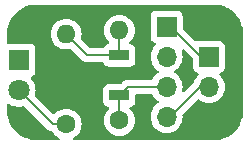
<source format=gbr>
%TF.GenerationSoftware,KiCad,Pcbnew,8.0.4*%
%TF.CreationDate,2024-08-19T00:10:14-07:00*%
%TF.ProjectId,LED2,4c454432-2e6b-4696-9361-645f70636258,rev?*%
%TF.SameCoordinates,Original*%
%TF.FileFunction,Copper,L1,Top*%
%TF.FilePolarity,Positive*%
%FSLAX46Y46*%
G04 Gerber Fmt 4.6, Leading zero omitted, Abs format (unit mm)*
G04 Created by KiCad (PCBNEW 8.0.4) date 2024-08-19 00:10:14*
%MOMM*%
%LPD*%
G01*
G04 APERTURE LIST*
%TA.AperFunction,ComponentPad*%
%ADD10C,1.600000*%
%TD*%
%TA.AperFunction,ComponentPad*%
%ADD11O,1.600000X1.600000*%
%TD*%
%TA.AperFunction,ComponentPad*%
%ADD12R,1.700000X1.700000*%
%TD*%
%TA.AperFunction,ComponentPad*%
%ADD13O,1.700000X1.700000*%
%TD*%
%TA.AperFunction,ComponentPad*%
%ADD14R,1.800000X1.800000*%
%TD*%
%TA.AperFunction,ComponentPad*%
%ADD15C,1.800000*%
%TD*%
%TA.AperFunction,SMDPad,CuDef*%
%ADD16R,1.700000X0.900000*%
%TD*%
%TA.AperFunction,Conductor*%
%ADD17C,0.200000*%
%TD*%
G04 APERTURE END LIST*
D10*
%TO.P,R1,1*%
%TO.N,Net-(BatteryChargeModule1--)*%
X152060000Y-103120000D03*
D11*
%TO.P,R1,2*%
%TO.N,Net-(R1-Pad2)*%
X152060000Y-95500000D03*
%TD*%
D12*
%TO.P,BatteryChargeModule1,1,Bat+*%
%TO.N,Net-(BT1-+)*%
X156060000Y-95190000D03*
D13*
%TO.P,BatteryChargeModule1,2,Bat-*%
%TO.N,Net-(BatteryChargeModule1-+)*%
X156060000Y-97730000D03*
%TO.P,BatteryChargeModule1,3,+*%
%TO.N,Net-(BatteryChargeModule1--)*%
X156060000Y-100270000D03*
%TO.P,BatteryChargeModule1,4,-*%
%TO.N,Net-(BT1--)*%
X156060000Y-102810000D03*
%TD*%
D12*
%TO.P,BT1,1,+*%
%TO.N,Net-(BT1-+)*%
X159650000Y-97750000D03*
D13*
%TO.P,BT1,2,-*%
%TO.N,Net-(BT1--)*%
X159650000Y-100290000D03*
%TD*%
D10*
%TO.P,R1,1*%
%TO.N,Net-(D1-A)*%
X147560000Y-103430000D03*
D11*
%TO.P,R1,2*%
%TO.N,Net-(R1-Pad2)*%
X147560000Y-95810000D03*
%TD*%
D14*
%TO.P,D1,1,K*%
%TO.N,Net-(BatteryChargeModule1-+)*%
X143560000Y-98035000D03*
D15*
%TO.P,D1,2,A*%
%TO.N,Net-(D1-A)*%
X143560000Y-100575000D03*
%TD*%
D16*
%TO.P,SW1,1,1*%
%TO.N,Net-(R1-Pad2)*%
X152060000Y-97610000D03*
%TO.P,SW1,2,2*%
%TO.N,Net-(BatteryChargeModule1--)*%
X152060000Y-101010000D03*
%TD*%
D17*
%TO.N,Net-(R1-Pad2)*%
X152060000Y-95500000D02*
X152060000Y-97610000D01*
%TO.N,Net-(BatteryChargeModule1--)*%
X152060000Y-103120000D02*
X152060000Y-101010000D01*
%TO.N,Net-(BT1--)*%
X158850000Y-100290000D02*
X156330000Y-102810000D01*
X159650000Y-100290000D02*
X158850000Y-100290000D01*
X156330000Y-102810000D02*
X156060000Y-102810000D01*
%TO.N,Net-(BT1-+)*%
X156440000Y-95190000D02*
X156060000Y-95190000D01*
X159560000Y-98310000D02*
X156440000Y-95190000D01*
%TO.N,Net-(D1-A)*%
X146415000Y-103430000D02*
X143560000Y-100575000D01*
X147560000Y-103430000D02*
X146415000Y-103430000D01*
%TO.N,Net-(R1-Pad2)*%
X152060000Y-97610000D02*
X149360000Y-97610000D01*
X149360000Y-97610000D02*
X147560000Y-95810000D01*
%TO.N,Net-(BatteryChargeModule1--)*%
X156060000Y-100270000D02*
X152800000Y-100270000D01*
X152800000Y-100270000D02*
X152060000Y-101010000D01*
%TD*%
%TA.AperFunction,NonConductor*%
G36*
X160063736Y-93310726D02*
G01*
X160353796Y-93328271D01*
X160368659Y-93330076D01*
X160650798Y-93381780D01*
X160665335Y-93385363D01*
X160939172Y-93470695D01*
X160953163Y-93476000D01*
X161214743Y-93593727D01*
X161227989Y-93600680D01*
X161473465Y-93749075D01*
X161485776Y-93757573D01*
X161662726Y-93896204D01*
X161711573Y-93934473D01*
X161722781Y-93944403D01*
X161925596Y-94147218D01*
X161935526Y-94158426D01*
X162100838Y-94369432D01*
X162112422Y-94384217D01*
X162120928Y-94396540D01*
X162269316Y-94642004D01*
X162276275Y-94655263D01*
X162393997Y-94916831D01*
X162399306Y-94930832D01*
X162484635Y-95204663D01*
X162488219Y-95219201D01*
X162539923Y-95501340D01*
X162541728Y-95516205D01*
X162559274Y-95806263D01*
X162559500Y-95813750D01*
X162559500Y-102306249D01*
X162559274Y-102313736D01*
X162541728Y-102603794D01*
X162539923Y-102618659D01*
X162488219Y-102900798D01*
X162484635Y-102915336D01*
X162399306Y-103189167D01*
X162393997Y-103203168D01*
X162276275Y-103464736D01*
X162269316Y-103477995D01*
X162120928Y-103723459D01*
X162112422Y-103735782D01*
X161935526Y-103961573D01*
X161925596Y-103972781D01*
X161722781Y-104175596D01*
X161711573Y-104185526D01*
X161485782Y-104362422D01*
X161473459Y-104370928D01*
X161227995Y-104519316D01*
X161214736Y-104526275D01*
X160953168Y-104643997D01*
X160939167Y-104649306D01*
X160665336Y-104734635D01*
X160650798Y-104738219D01*
X160368659Y-104789923D01*
X160353794Y-104791728D01*
X160063736Y-104809274D01*
X160056249Y-104809500D01*
X148238225Y-104809500D01*
X148171186Y-104789815D01*
X148125431Y-104737011D01*
X148115487Y-104667853D01*
X148144512Y-104604297D01*
X148185819Y-104573118D01*
X148212734Y-104560568D01*
X148399139Y-104430047D01*
X148560047Y-104269139D01*
X148690568Y-104082734D01*
X148786739Y-103876496D01*
X148845635Y-103656692D01*
X148865468Y-103430000D01*
X148845635Y-103203308D01*
X148786739Y-102983504D01*
X148690568Y-102777266D01*
X148560047Y-102590861D01*
X148560045Y-102590858D01*
X148399141Y-102429954D01*
X148212734Y-102299432D01*
X148212732Y-102299431D01*
X148006497Y-102203261D01*
X148006488Y-102203258D01*
X147786697Y-102144366D01*
X147786693Y-102144365D01*
X147786692Y-102144365D01*
X147786691Y-102144364D01*
X147786686Y-102144364D01*
X147560002Y-102124532D01*
X147559998Y-102124532D01*
X147333313Y-102144364D01*
X147333302Y-102144366D01*
X147113511Y-102203258D01*
X147113502Y-102203261D01*
X146907267Y-102299431D01*
X146907265Y-102299432D01*
X146720862Y-102429951D01*
X146580205Y-102570608D01*
X146518882Y-102604092D01*
X146449190Y-102599108D01*
X146404843Y-102570607D01*
X144934204Y-101099969D01*
X144900719Y-101038646D01*
X144901680Y-100981847D01*
X144910295Y-100947830D01*
X144946134Y-100806305D01*
X144950497Y-100753655D01*
X144965300Y-100575006D01*
X144965300Y-100574993D01*
X144960092Y-100512135D01*
X150709500Y-100512135D01*
X150709500Y-101507870D01*
X150709501Y-101507876D01*
X150715908Y-101567483D01*
X150766202Y-101702328D01*
X150766206Y-101702335D01*
X150852452Y-101817544D01*
X150852455Y-101817547D01*
X150967664Y-101903793D01*
X150967671Y-101903797D01*
X151102517Y-101954091D01*
X151110062Y-101955874D01*
X151109701Y-101957398D01*
X151165984Y-101980706D01*
X151205837Y-102038095D01*
X151208337Y-102107920D01*
X151175868Y-102164945D01*
X151059951Y-102280862D01*
X150929432Y-102467265D01*
X150929431Y-102467267D01*
X150833261Y-102673502D01*
X150833258Y-102673511D01*
X150774366Y-102893302D01*
X150774364Y-102893313D01*
X150754532Y-103119998D01*
X150754532Y-103120001D01*
X150774364Y-103346686D01*
X150774366Y-103346697D01*
X150833258Y-103566488D01*
X150833261Y-103566497D01*
X150929431Y-103772732D01*
X150929432Y-103772734D01*
X151059954Y-103959141D01*
X151220858Y-104120045D01*
X151220861Y-104120047D01*
X151407266Y-104250568D01*
X151613504Y-104346739D01*
X151833308Y-104405635D01*
X151995230Y-104419801D01*
X152059998Y-104425468D01*
X152060000Y-104425468D01*
X152060002Y-104425468D01*
X152116673Y-104420509D01*
X152286692Y-104405635D01*
X152506496Y-104346739D01*
X152712734Y-104250568D01*
X152899139Y-104120047D01*
X153060047Y-103959139D01*
X153190568Y-103772734D01*
X153286739Y-103566496D01*
X153345635Y-103346692D01*
X153365468Y-103120000D01*
X153345635Y-102893308D01*
X153286739Y-102673504D01*
X153190568Y-102467266D01*
X153060047Y-102280861D01*
X153060045Y-102280858D01*
X152944133Y-102164946D01*
X152910648Y-102103623D01*
X152915632Y-102033931D01*
X152957504Y-101977998D01*
X153010255Y-101957244D01*
X153009932Y-101955876D01*
X153017479Y-101954092D01*
X153017481Y-101954091D01*
X153017483Y-101954091D01*
X153152331Y-101903796D01*
X153267546Y-101817546D01*
X153353796Y-101702331D01*
X153404091Y-101567483D01*
X153410500Y-101507873D01*
X153410499Y-100994499D01*
X153430183Y-100927461D01*
X153482987Y-100881706D01*
X153534499Y-100870500D01*
X154770909Y-100870500D01*
X154837948Y-100890185D01*
X154883292Y-100942097D01*
X154885965Y-100947830D01*
X154949555Y-101038646D01*
X155021501Y-101141395D01*
X155021506Y-101141402D01*
X155188597Y-101308493D01*
X155188603Y-101308498D01*
X155374158Y-101438425D01*
X155417783Y-101493002D01*
X155424977Y-101562500D01*
X155393454Y-101624855D01*
X155374158Y-101641575D01*
X155188597Y-101771505D01*
X155021505Y-101938597D01*
X154885965Y-102132169D01*
X154885964Y-102132171D01*
X154786098Y-102346335D01*
X154786094Y-102346344D01*
X154724938Y-102574586D01*
X154724936Y-102574596D01*
X154704341Y-102809999D01*
X154704341Y-102810000D01*
X154724936Y-103045403D01*
X154724938Y-103045413D01*
X154786094Y-103273655D01*
X154786096Y-103273659D01*
X154786097Y-103273663D01*
X154858998Y-103430000D01*
X154885965Y-103487830D01*
X154885967Y-103487834D01*
X154941048Y-103566497D01*
X155021505Y-103681401D01*
X155188599Y-103848495D01*
X155228589Y-103876496D01*
X155382165Y-103984032D01*
X155382167Y-103984033D01*
X155382170Y-103984035D01*
X155596337Y-104083903D01*
X155824592Y-104145063D01*
X156012918Y-104161539D01*
X156059999Y-104165659D01*
X156060000Y-104165659D01*
X156060001Y-104165659D01*
X156099234Y-104162226D01*
X156295408Y-104145063D01*
X156523663Y-104083903D01*
X156737830Y-103984035D01*
X156931401Y-103848495D01*
X157098495Y-103681401D01*
X157234035Y-103487830D01*
X157333903Y-103273663D01*
X157395063Y-103045408D01*
X157415659Y-102810000D01*
X157401677Y-102650195D01*
X157415443Y-102581698D01*
X157437521Y-102551712D01*
X158635706Y-101353527D01*
X158697027Y-101320044D01*
X158766719Y-101325028D01*
X158794508Y-101339635D01*
X158972165Y-101464032D01*
X158972167Y-101464033D01*
X158972170Y-101464035D01*
X159186337Y-101563903D01*
X159414592Y-101625063D01*
X159602918Y-101641539D01*
X159649999Y-101645659D01*
X159650000Y-101645659D01*
X159650001Y-101645659D01*
X159696679Y-101641575D01*
X159885408Y-101625063D01*
X160113663Y-101563903D01*
X160327830Y-101464035D01*
X160521401Y-101328495D01*
X160688495Y-101161401D01*
X160824035Y-100967830D01*
X160923903Y-100753663D01*
X160985063Y-100525408D01*
X161005659Y-100290000D01*
X160985063Y-100054592D01*
X160923903Y-99826337D01*
X160824035Y-99612171D01*
X160810555Y-99592920D01*
X160688496Y-99418600D01*
X160648689Y-99378793D01*
X160566567Y-99296671D01*
X160533084Y-99235351D01*
X160538068Y-99165659D01*
X160579939Y-99109725D01*
X160610915Y-99092810D01*
X160742331Y-99043796D01*
X160857546Y-98957546D01*
X160943796Y-98842331D01*
X160994091Y-98707483D01*
X161000500Y-98647873D01*
X161000499Y-96852128D01*
X160994091Y-96792517D01*
X160988473Y-96777455D01*
X160943797Y-96657671D01*
X160943793Y-96657664D01*
X160857547Y-96542455D01*
X160857544Y-96542452D01*
X160742335Y-96456206D01*
X160742328Y-96456202D01*
X160607482Y-96405908D01*
X160607483Y-96405908D01*
X160547883Y-96399501D01*
X160547881Y-96399500D01*
X160547873Y-96399500D01*
X160547864Y-96399500D01*
X158752129Y-96399500D01*
X158752123Y-96399501D01*
X158692515Y-96405909D01*
X158630708Y-96428961D01*
X158561016Y-96433945D01*
X158499695Y-96400460D01*
X157446818Y-95347583D01*
X157413333Y-95286260D01*
X157410499Y-95259902D01*
X157410499Y-94292129D01*
X157410498Y-94292123D01*
X157410497Y-94292116D01*
X157404091Y-94232517D01*
X157397320Y-94214364D01*
X157353797Y-94097671D01*
X157353793Y-94097664D01*
X157267547Y-93982455D01*
X157267544Y-93982452D01*
X157152335Y-93896206D01*
X157152328Y-93896202D01*
X157017482Y-93845908D01*
X157017483Y-93845908D01*
X156957883Y-93839501D01*
X156957881Y-93839500D01*
X156957873Y-93839500D01*
X156957864Y-93839500D01*
X155162129Y-93839500D01*
X155162123Y-93839501D01*
X155102516Y-93845908D01*
X154967671Y-93896202D01*
X154967664Y-93896206D01*
X154852455Y-93982452D01*
X154852452Y-93982455D01*
X154766206Y-94097664D01*
X154766202Y-94097671D01*
X154715908Y-94232517D01*
X154711528Y-94273261D01*
X154709501Y-94292123D01*
X154709500Y-94292135D01*
X154709500Y-96087870D01*
X154709501Y-96087876D01*
X154715908Y-96147483D01*
X154766202Y-96282328D01*
X154766206Y-96282335D01*
X154852452Y-96397544D01*
X154852455Y-96397547D01*
X154967664Y-96483793D01*
X154967671Y-96483797D01*
X155099081Y-96532810D01*
X155155015Y-96574681D01*
X155179432Y-96640145D01*
X155164580Y-96708418D01*
X155143430Y-96736673D01*
X155021503Y-96858600D01*
X154885965Y-97052169D01*
X154885964Y-97052171D01*
X154786098Y-97266335D01*
X154786094Y-97266344D01*
X154724938Y-97494586D01*
X154724936Y-97494596D01*
X154704341Y-97729999D01*
X154704341Y-97730000D01*
X154724936Y-97965403D01*
X154724938Y-97965413D01*
X154786094Y-98193655D01*
X154786096Y-98193659D01*
X154786097Y-98193663D01*
X154836770Y-98302331D01*
X154885965Y-98407830D01*
X154885967Y-98407834D01*
X155021501Y-98601395D01*
X155021506Y-98601402D01*
X155188597Y-98768493D01*
X155188603Y-98768498D01*
X155374158Y-98898425D01*
X155417783Y-98953002D01*
X155424977Y-99022500D01*
X155393454Y-99084855D01*
X155374158Y-99101575D01*
X155188597Y-99231505D01*
X155021506Y-99398596D01*
X154885965Y-99592170D01*
X154885962Y-99592175D01*
X154883289Y-99597909D01*
X154837115Y-99650346D01*
X154770909Y-99669500D01*
X152886669Y-99669500D01*
X152886653Y-99669499D01*
X152879057Y-99669499D01*
X152720943Y-99669499D01*
X152641010Y-99690917D01*
X152568216Y-99710422D01*
X152529667Y-99732679D01*
X152529666Y-99732678D01*
X152431287Y-99789477D01*
X152431282Y-99789481D01*
X152319480Y-99901284D01*
X152319478Y-99901286D01*
X152250271Y-99970493D01*
X152197582Y-100023182D01*
X152136259Y-100056666D01*
X152109901Y-100059500D01*
X151162129Y-100059500D01*
X151162123Y-100059501D01*
X151102516Y-100065908D01*
X150967671Y-100116202D01*
X150967664Y-100116206D01*
X150852455Y-100202452D01*
X150852452Y-100202455D01*
X150766206Y-100317664D01*
X150766202Y-100317671D01*
X150715908Y-100452517D01*
X150709501Y-100512116D01*
X150709500Y-100512135D01*
X144960092Y-100512135D01*
X144946135Y-100343702D01*
X144946133Y-100343691D01*
X144889157Y-100118699D01*
X144795924Y-99906151D01*
X144668983Y-99711852D01*
X144668980Y-99711849D01*
X144668979Y-99711847D01*
X144574195Y-99608884D01*
X144543275Y-99546232D01*
X144551135Y-99476806D01*
X144595283Y-99422651D01*
X144622095Y-99408722D01*
X144702326Y-99378798D01*
X144702326Y-99378797D01*
X144702331Y-99378796D01*
X144817546Y-99292546D01*
X144903796Y-99177331D01*
X144954091Y-99042483D01*
X144960500Y-98982873D01*
X144960499Y-97087128D01*
X144954091Y-97027517D01*
X144947253Y-97009184D01*
X144903797Y-96892671D01*
X144903793Y-96892664D01*
X144817547Y-96777455D01*
X144817544Y-96777452D01*
X144702335Y-96691206D01*
X144702328Y-96691202D01*
X144567482Y-96640908D01*
X144567483Y-96640908D01*
X144507883Y-96634501D01*
X144507881Y-96634500D01*
X144507873Y-96634500D01*
X144507865Y-96634500D01*
X142684500Y-96634500D01*
X142617461Y-96614815D01*
X142571706Y-96562011D01*
X142560500Y-96510500D01*
X142560500Y-95813750D01*
X142560613Y-95809998D01*
X146254532Y-95809998D01*
X146254532Y-95810001D01*
X146274364Y-96036686D01*
X146274366Y-96036697D01*
X146333258Y-96256488D01*
X146333261Y-96256497D01*
X146429431Y-96462732D01*
X146429432Y-96462734D01*
X146559954Y-96649141D01*
X146720858Y-96810045D01*
X146720861Y-96810047D01*
X146907266Y-96940568D01*
X147113504Y-97036739D01*
X147333308Y-97095635D01*
X147495230Y-97109801D01*
X147559998Y-97115468D01*
X147560000Y-97115468D01*
X147560002Y-97115468D01*
X147624648Y-97109812D01*
X147786692Y-97095635D01*
X147882932Y-97069847D01*
X147952781Y-97071510D01*
X148002706Y-97101941D01*
X148875139Y-97974374D01*
X148875149Y-97974385D01*
X148879479Y-97978715D01*
X148879480Y-97978716D01*
X148991284Y-98090520D01*
X148991286Y-98090521D01*
X148991290Y-98090524D01*
X149124587Y-98167482D01*
X149128216Y-98169577D01*
X149240019Y-98199534D01*
X149280942Y-98210500D01*
X149280943Y-98210500D01*
X150645859Y-98210500D01*
X150712898Y-98230185D01*
X150758653Y-98282989D01*
X150762030Y-98291140D01*
X150766204Y-98302331D01*
X150766205Y-98302332D01*
X150766206Y-98302335D01*
X150852452Y-98417544D01*
X150852455Y-98417547D01*
X150967664Y-98503793D01*
X150967671Y-98503797D01*
X151102517Y-98554091D01*
X151102516Y-98554091D01*
X151109444Y-98554835D01*
X151162127Y-98560500D01*
X152957872Y-98560499D01*
X153017483Y-98554091D01*
X153152331Y-98503796D01*
X153267546Y-98417546D01*
X153353796Y-98302331D01*
X153404091Y-98167483D01*
X153410500Y-98107873D01*
X153410499Y-97112128D01*
X153404091Y-97052517D01*
X153403961Y-97052169D01*
X153353797Y-96917671D01*
X153353793Y-96917664D01*
X153267547Y-96802455D01*
X153267544Y-96802452D01*
X153152335Y-96716206D01*
X153152328Y-96716202D01*
X153017482Y-96665908D01*
X153009938Y-96664126D01*
X153010297Y-96662604D01*
X152954002Y-96639283D01*
X152914157Y-96581888D01*
X152911666Y-96512063D01*
X152944130Y-96455055D01*
X153060047Y-96339139D01*
X153190568Y-96152734D01*
X153286739Y-95946496D01*
X153345635Y-95726692D01*
X153365468Y-95500000D01*
X153345635Y-95273308D01*
X153286739Y-95053504D01*
X153190568Y-94847266D01*
X153060047Y-94660861D01*
X153060045Y-94660858D01*
X152899141Y-94499954D01*
X152712734Y-94369432D01*
X152712732Y-94369431D01*
X152506497Y-94273261D01*
X152506488Y-94273258D01*
X152286697Y-94214366D01*
X152286693Y-94214365D01*
X152286692Y-94214365D01*
X152286691Y-94214364D01*
X152286686Y-94214364D01*
X152060002Y-94194532D01*
X152059998Y-94194532D01*
X151833313Y-94214364D01*
X151833302Y-94214366D01*
X151613511Y-94273258D01*
X151613502Y-94273261D01*
X151407267Y-94369431D01*
X151407265Y-94369432D01*
X151220858Y-94499954D01*
X151059954Y-94660858D01*
X150929432Y-94847265D01*
X150929431Y-94847267D01*
X150833261Y-95053502D01*
X150833258Y-95053511D01*
X150774366Y-95273302D01*
X150774364Y-95273313D01*
X150754532Y-95499998D01*
X150754532Y-95500001D01*
X150774364Y-95726686D01*
X150774366Y-95726697D01*
X150833258Y-95946488D01*
X150833261Y-95946497D01*
X150929431Y-96152732D01*
X150929432Y-96152734D01*
X151059954Y-96339141D01*
X151175866Y-96455053D01*
X151209351Y-96516376D01*
X151204367Y-96586068D01*
X151162495Y-96642001D01*
X151109745Y-96662759D01*
X151110068Y-96664124D01*
X151102520Y-96665907D01*
X150967671Y-96716202D01*
X150967664Y-96716206D01*
X150852455Y-96802452D01*
X150852452Y-96802455D01*
X150766206Y-96917664D01*
X150766204Y-96917668D01*
X150766204Y-96917669D01*
X150762039Y-96928834D01*
X150720171Y-96984766D01*
X150654707Y-97009184D01*
X150645859Y-97009500D01*
X149660097Y-97009500D01*
X149593058Y-96989815D01*
X149572416Y-96973181D01*
X148851941Y-96252706D01*
X148818456Y-96191383D01*
X148819847Y-96132931D01*
X148831921Y-96087872D01*
X148845635Y-96036692D01*
X148865468Y-95810000D01*
X148845635Y-95583308D01*
X148786739Y-95363504D01*
X148690568Y-95157266D01*
X148560047Y-94970861D01*
X148560045Y-94970858D01*
X148399141Y-94809954D01*
X148212734Y-94679432D01*
X148212732Y-94679431D01*
X148006497Y-94583261D01*
X148006488Y-94583258D01*
X147786697Y-94524366D01*
X147786693Y-94524365D01*
X147786692Y-94524365D01*
X147786691Y-94524364D01*
X147786686Y-94524364D01*
X147560002Y-94504532D01*
X147559998Y-94504532D01*
X147333313Y-94524364D01*
X147333302Y-94524366D01*
X147113511Y-94583258D01*
X147113502Y-94583261D01*
X146907267Y-94679431D01*
X146907265Y-94679432D01*
X146720858Y-94809954D01*
X146559954Y-94970858D01*
X146429432Y-95157265D01*
X146429431Y-95157267D01*
X146333261Y-95363502D01*
X146333258Y-95363511D01*
X146274366Y-95583302D01*
X146274364Y-95583313D01*
X146254532Y-95809998D01*
X142560613Y-95809998D01*
X142560726Y-95806263D01*
X142565539Y-95726692D01*
X142578271Y-95516201D01*
X142580076Y-95501340D01*
X142580322Y-95500001D01*
X142631780Y-95219197D01*
X142635364Y-95204663D01*
X142720696Y-94930822D01*
X142725998Y-94916841D01*
X142843731Y-94655249D01*
X142850676Y-94642016D01*
X142999080Y-94396526D01*
X143007567Y-94384230D01*
X143184480Y-94158417D01*
X143194395Y-94147226D01*
X143397226Y-93944395D01*
X143408417Y-93934480D01*
X143634230Y-93757567D01*
X143646526Y-93749080D01*
X143892016Y-93600676D01*
X143905249Y-93593731D01*
X144166841Y-93475998D01*
X144180822Y-93470696D01*
X144454668Y-93385362D01*
X144469197Y-93381780D01*
X144751344Y-93330075D01*
X144766201Y-93328271D01*
X145056264Y-93310726D01*
X145063751Y-93310500D01*
X145125892Y-93310500D01*
X159994108Y-93310500D01*
X160056249Y-93310500D01*
X160063736Y-93310726D01*
G37*
%TD.AperFunction*%
%TA.AperFunction,NonConductor*%
G36*
X157495299Y-97109812D02*
G01*
X157538733Y-97137968D01*
X158263181Y-97862416D01*
X158296666Y-97923739D01*
X158299500Y-97950097D01*
X158299500Y-98647870D01*
X158299501Y-98647876D01*
X158305908Y-98707483D01*
X158356202Y-98842328D01*
X158356206Y-98842335D01*
X158442452Y-98957544D01*
X158442455Y-98957547D01*
X158557664Y-99043793D01*
X158557671Y-99043797D01*
X158689081Y-99092810D01*
X158745015Y-99134681D01*
X158769432Y-99200145D01*
X158754580Y-99268418D01*
X158733430Y-99296673D01*
X158611503Y-99418600D01*
X158475965Y-99612169D01*
X158475964Y-99612171D01*
X158376098Y-99826335D01*
X158376096Y-99826339D01*
X158352364Y-99914907D01*
X158320270Y-99970493D01*
X157579436Y-100711327D01*
X157518113Y-100744812D01*
X157448421Y-100739828D01*
X157392488Y-100697956D01*
X157368071Y-100632492D01*
X157371979Y-100591558D01*
X157395063Y-100505408D01*
X157415659Y-100270000D01*
X157395063Y-100034592D01*
X157339264Y-99826344D01*
X157333905Y-99806344D01*
X157333904Y-99806343D01*
X157333903Y-99806337D01*
X157234035Y-99592171D01*
X157234034Y-99592169D01*
X157098494Y-99398597D01*
X156931402Y-99231506D01*
X156931396Y-99231501D01*
X156745842Y-99101575D01*
X156702217Y-99046998D01*
X156695023Y-98977500D01*
X156726546Y-98915145D01*
X156745842Y-98898425D01*
X156768026Y-98882891D01*
X156931401Y-98768495D01*
X157098495Y-98601401D01*
X157234035Y-98407830D01*
X157333903Y-98193663D01*
X157395063Y-97965408D01*
X157415659Y-97730000D01*
X157395063Y-97494592D01*
X157333903Y-97266337D01*
X157332502Y-97261107D01*
X157334063Y-97260688D01*
X157330097Y-97198338D01*
X157364064Y-97137280D01*
X157425648Y-97104279D01*
X157495299Y-97109812D01*
G37*
%TD.AperFunction*%
%TA.AperFunction,NonConductor*%
G36*
X142760662Y-101727567D02*
G01*
X142791365Y-101751464D01*
X142791371Y-101751468D01*
X142791374Y-101751470D01*
X142995497Y-101861936D01*
X143109487Y-101901068D01*
X143215015Y-101937297D01*
X143215017Y-101937297D01*
X143215019Y-101937298D01*
X143443951Y-101975500D01*
X143443952Y-101975500D01*
X143676048Y-101975500D01*
X143676049Y-101975500D01*
X143904981Y-101937298D01*
X143956894Y-101919475D01*
X144026691Y-101916324D01*
X144084839Y-101949075D01*
X146046284Y-103910520D01*
X146046286Y-103910521D01*
X146046290Y-103910524D01*
X146134711Y-103961573D01*
X146183216Y-103989577D01*
X146335943Y-104030501D01*
X146335945Y-104030501D01*
X146344002Y-104031562D01*
X146343552Y-104034977D01*
X146395347Y-104050186D01*
X146429883Y-104083378D01*
X146559954Y-104269141D01*
X146720858Y-104430045D01*
X146720861Y-104430047D01*
X146907266Y-104560568D01*
X146934180Y-104573118D01*
X146986619Y-104619290D01*
X147005771Y-104686484D01*
X146985555Y-104753365D01*
X146932390Y-104798700D01*
X146881775Y-104809500D01*
X145063751Y-104809500D01*
X145056264Y-104809274D01*
X144766205Y-104791728D01*
X144751340Y-104789923D01*
X144469201Y-104738219D01*
X144454663Y-104734635D01*
X144180832Y-104649306D01*
X144166831Y-104643997D01*
X143905263Y-104526275D01*
X143892004Y-104519316D01*
X143736760Y-104425468D01*
X143646537Y-104370926D01*
X143634217Y-104362422D01*
X143408426Y-104185526D01*
X143397218Y-104175596D01*
X143194403Y-103972781D01*
X143184473Y-103961573D01*
X143117820Y-103876497D01*
X143007573Y-103735776D01*
X142999075Y-103723465D01*
X142850680Y-103477989D01*
X142843727Y-103464743D01*
X142726000Y-103203163D01*
X142720693Y-103189167D01*
X142675894Y-103045403D01*
X142635363Y-102915335D01*
X142631780Y-102900798D01*
X142580076Y-102618659D01*
X142578271Y-102603794D01*
X142576934Y-102581698D01*
X142560726Y-102313736D01*
X142560500Y-102306249D01*
X142560500Y-101825420D01*
X142580185Y-101758381D01*
X142632989Y-101712626D01*
X142702147Y-101702682D01*
X142760662Y-101727567D01*
G37*
%TD.AperFunction*%
M02*

</source>
